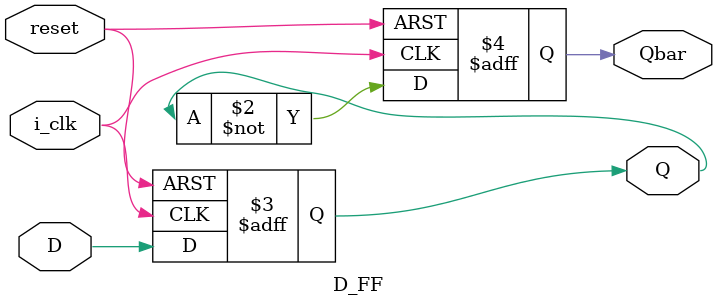
<source format=v>
`timescale 1ns / 1ps

module D_FF(
    input i_clk,
    input D,
    input reset,
    output reg Q,
    output reg Qbar
    );

    always @ (posedge i_clk or posedge reset) begin // 8Hz
        if(reset) begin
            Q <= 1'b0;
            Qbar <= 1'b0;
        end else begin
            Q <= D;
            Qbar <= ~Q;
        end
    end

endmodule

</source>
